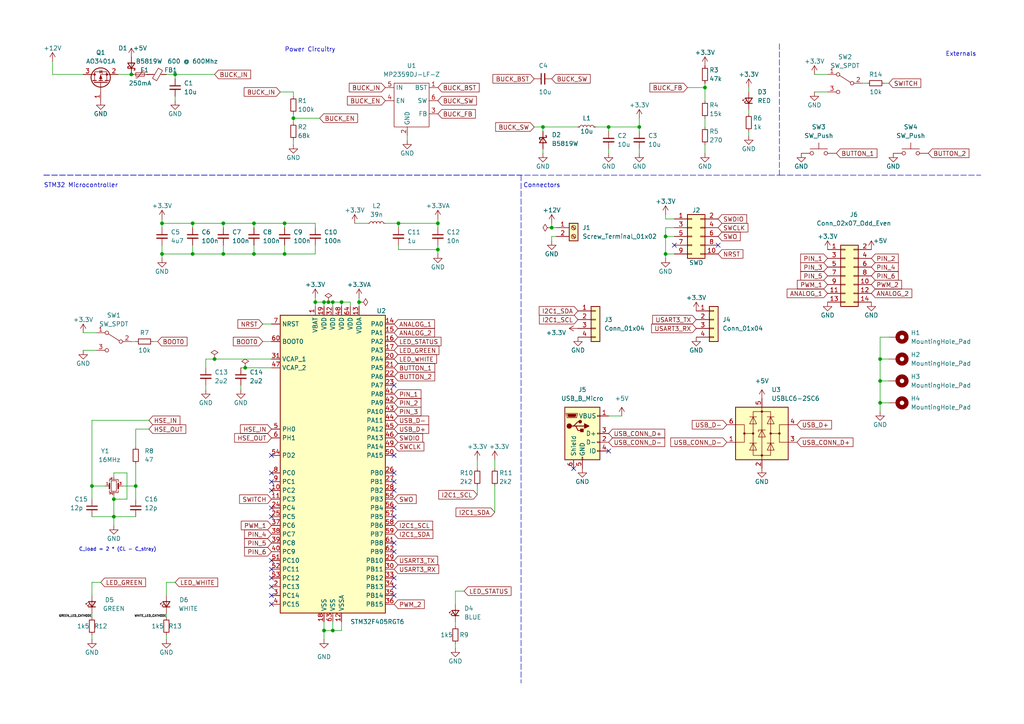
<source format=kicad_sch>
(kicad_sch (version 20211123) (generator eeschema)
  (paper "A4")
  (title_block (title "STM32F4 Board") (date "2022-11-15") (rev "v1.0") (company "Petar Acimovic"))
  (junction (at 176.53 36.83))
  (junction (at 193.04 73.66))
  (junction (at 93.98 182.88))
  (junction (at 96.52 87.63))
  (junction (at 46.99 64.77))
  (junction (at 193.04 68.58))
  (junction (at 85.09 34.29))
  (junction (at 157.48 36.83))
  (junction (at 204.47 25.4))
  (junction (at 50.8 21.59))
  (junction (at 255.27 110.49))
  (junction (at 96.52 182.88))
  (junction (at 160.02 66.04))
  (junction (at 33.02 149.86))
  (junction (at 46.99 73.66))
  (junction (at 82.55 64.77))
  (junction (at 255.27 116.84))
  (junction (at 64.77 73.66))
  (junction (at 39.37 140.97))
  (junction (at 64.77 64.77))
  (junction (at 99.06 87.63))
  (junction (at 26.67 140.97))
  (junction (at 71.12 106.68))
  (junction (at 82.55 73.66))
  (junction (at 62.23 104.14))
  (junction (at 33.02 144.78))
  (junction (at 73.66 64.77))
  (junction (at 55.88 73.66))
  (junction (at 73.66 73.66))
  (junction (at 115.57 64.77))
  (junction (at 38.1 21.59))
  (junction (at 127 72.39))
  (junction (at 255.27 104.14))
  (junction (at 185.42 36.83))
  (junction (at 91.44 87.63))
  (junction (at 104.14 87.63))
  (junction (at 55.88 64.77))
  (junction (at 95.25 87.63))
  (junction (at 127 64.77))
  (junction (at 93.98 87.63))
  (no_connect (at 114.3 149.86))
  (no_connect (at 78.74 132.08))
  (no_connect (at 114.3 132.08))
  (no_connect (at 114.3 170.18))
  (no_connect (at 78.74 137.16))
  (no_connect (at 176.53 130.81))
  (no_connect (at 78.74 147.32))
  (no_connect (at 114.3 167.64))
  (no_connect (at 195.58 71.12))
  (no_connect (at 114.3 172.72))
  (no_connect (at 114.3 142.24))
  (no_connect (at 78.74 170.18))
  (no_connect (at 78.74 175.26))
  (no_connect (at 78.74 162.56))
  (no_connect (at 78.74 165.1))
  (no_connect (at 78.74 139.7))
  (no_connect (at 166.37 135.89))
  (no_connect (at 114.3 157.48))
  (no_connect (at 78.74 149.86))
  (no_connect (at 114.3 111.76))
  (no_connect (at 114.3 139.7))
  (no_connect (at 114.3 137.16))
  (no_connect (at 114.3 147.32))
  (no_connect (at 78.74 167.64))
  (no_connect (at 78.74 172.72))
  (no_connect (at 78.74 142.24))
  (no_connect (at 114.3 160.02))
  (no_connect (at 208.28 71.12))
  (wire (pts (xy 185.42 34.29) (xy 185.42 36.83)))
  (wire (pts (xy 69.85 106.68) (xy 71.12 106.68)))
  (wire (pts (xy 95.25 87.63) (xy 96.52 87.63)))
  (wire (pts (xy 93.98 88.9) (xy 93.98 87.63)))
  (wire (pts (xy 157.48 36.83) (xy 167.64 36.83)))
  (wire (pts (xy 115.57 72.39) (xy 115.57 71.12)))
  (wire (pts (xy 48.26 184.15) (xy 48.26 185.42)))
  (wire (pts (xy 85.09 26.67) (xy 85.09 27.94)))
  (wire (pts (xy 255.27 110.49) (xy 255.27 116.84)))
  (wire (pts (xy 85.09 41.91) (xy 85.09 40.64)))
  (wire (pts (xy 255.27 104.14) (xy 255.27 110.49)))
  (wire (pts (xy 91.44 87.63) (xy 91.44 88.9)))
  (wire (pts (xy 39.37 144.78) (xy 39.37 140.97)))
  (wire (pts (xy 46.99 73.66) (xy 55.88 73.66)))
  (wire (pts (xy 195.58 68.58) (xy 193.04 68.58)))
  (wire (pts (xy 132.08 186.69) (xy 132.08 187.96)))
  (wire (pts (xy 33.02 137.16) (xy 33.02 138.43)))
  (wire (pts (xy 91.44 64.77) (xy 91.44 66.04)))
  (wire (pts (xy 115.57 64.77) (xy 115.57 66.04)))
  (wire (pts (xy 99.06 87.63) (xy 101.6 87.63)))
  (wire (pts (xy 240.03 26.67) (xy 236.22 26.67)))
  (wire (pts (xy 138.43 133.35) (xy 138.43 135.89)))
  (wire (pts (xy 59.69 111.76) (xy 59.69 113.03)))
  (wire (pts (xy 26.67 140.97) (xy 26.67 121.92)))
  (wire (pts (xy 217.17 38.1) (xy 217.17 39.37)))
  (wire (pts (xy 33.02 144.78) (xy 33.02 149.86)))
  (wire (pts (xy 111.76 64.77) (xy 115.57 64.77)))
  (wire (pts (xy 255.27 119.38) (xy 255.27 116.84)))
  (wire (pts (xy 93.98 87.63) (xy 95.25 87.63)))
  (wire (pts (xy 104.14 86.36) (xy 104.14 87.63)))
  (wire (pts (xy 85.09 33.02) (xy 85.09 34.29)))
  (wire (pts (xy 33.02 137.16) (xy 36.83 137.16)))
  (wire (pts (xy 64.77 64.77) (xy 73.66 64.77)))
  (wire (pts (xy 127 66.04) (xy 127 64.77)))
  (wire (pts (xy 185.42 36.83) (xy 185.42 38.1)))
  (wire (pts (xy 48.26 168.91) (xy 50.8 168.91)))
  (wire (pts (xy 185.42 43.18) (xy 185.42 44.45)))
  (wire (pts (xy 82.55 64.77) (xy 91.44 64.77)))
  (wire (pts (xy 99.06 180.34) (xy 99.06 182.88)))
  (wire (pts (xy 71.12 106.68) (xy 78.74 106.68)))
  (wire (pts (xy 33.02 149.86) (xy 33.02 152.4)))
  (wire (pts (xy 82.55 71.12) (xy 82.55 73.66)))
  (wire (pts (xy 46.99 64.77) (xy 55.88 64.77)))
  (wire (pts (xy 257.81 24.13) (xy 256.54 24.13)))
  (wire (pts (xy 59.69 104.14) (xy 62.23 104.14)))
  (wire (pts (xy 59.69 106.68) (xy 59.69 104.14)))
  (wire (pts (xy 27.94 101.6) (xy 24.13 101.6)))
  (wire (pts (xy 91.44 87.63) (xy 93.98 87.63)))
  (wire (pts (xy 36.83 137.16) (xy 36.83 144.78)))
  (wire (pts (xy 160.02 66.04) (xy 161.29 66.04)))
  (wire (pts (xy 48.26 172.72) (xy 48.26 168.91)))
  (wire (pts (xy 118.11 39.37) (xy 118.11 40.64)))
  (wire (pts (xy 157.48 36.83) (xy 157.48 38.1)))
  (wire (pts (xy 50.8 27.94) (xy 50.8 29.21)))
  (wire (pts (xy 251.46 24.13) (xy 250.19 24.13)))
  (wire (pts (xy 193.04 73.66) (xy 193.04 74.93)))
  (wire (pts (xy 180.34 120.65) (xy 176.53 120.65)))
  (wire (pts (xy 46.99 73.66) (xy 46.99 74.93)))
  (wire (pts (xy 204.47 25.4) (xy 204.47 29.21)))
  (wire (pts (xy 50.8 21.59) (xy 62.23 21.59)))
  (wire (pts (xy 217.17 26.67) (xy 217.17 25.4)))
  (wire (pts (xy 204.47 24.13) (xy 204.47 25.4)))
  (wire (pts (xy 69.85 111.76) (xy 69.85 113.03)))
  (wire (pts (xy 73.66 64.77) (xy 82.55 64.77)))
  (wire (pts (xy 82.55 64.77) (xy 82.55 66.04)))
  (wire (pts (xy 93.98 182.88) (xy 93.98 185.42)))
  (wire (pts (xy 50.8 21.59) (xy 50.8 22.86)))
  (wire (pts (xy 138.43 140.97) (xy 138.43 143.51)))
  (wire (pts (xy 64.77 64.77) (xy 64.77 66.04)))
  (wire (pts (xy 15.24 21.59) (xy 24.13 21.59)))
  (wire (pts (xy 46.99 63.5) (xy 46.99 64.77)))
  (wire (pts (xy 204.47 34.29) (xy 204.47 36.83)))
  (wire (pts (xy 176.53 36.83) (xy 176.53 38.1)))
  (wire (pts (xy 193.04 73.66) (xy 195.58 73.66)))
  (wire (pts (xy 132.08 180.34) (xy 132.08 181.61)))
  (wire (pts (xy 96.52 87.63) (xy 99.06 87.63)))
  (wire (pts (xy 55.88 71.12) (xy 55.88 73.66)))
  (wire (pts (xy 46.99 64.77) (xy 46.99 66.04)))
  (wire (pts (xy 55.88 64.77) (xy 64.77 64.77)))
  (wire (pts (xy 154.94 36.83) (xy 157.48 36.83)))
  (wire (pts (xy 26.67 168.91) (xy 29.21 168.91)))
  (wire (pts (xy 26.67 144.78) (xy 26.67 140.97)))
  (wire (pts (xy 193.04 68.58) (xy 193.04 73.66)))
  (wire (pts (xy 127 63.5) (xy 127 64.77)))
  (wire (pts (xy 132.08 171.45) (xy 134.62 171.45)))
  (wire (pts (xy 96.52 182.88) (xy 93.98 182.88)))
  (wire (pts (xy 160.02 69.85) (xy 160.02 68.58)))
  (wire (pts (xy 96.52 180.34) (xy 96.52 182.88)))
  (wire (pts (xy 39.37 140.97) (xy 35.56 140.97)))
  (wire (pts (xy 62.23 104.14) (xy 78.74 104.14)))
  (wire (pts (xy 39.37 149.86) (xy 33.02 149.86)))
  (polyline (pts (xy 12.7 50.8) (xy 151.13 50.8)))
  (polyline (pts (xy 12.7 50.8) (xy 226.06 50.8)))
  (wire (pts (xy 39.37 124.46) (xy 43.18 124.46)))
  (wire (pts (xy 82.55 73.66) (xy 91.44 73.66)))
  (wire (pts (xy 132.08 175.26) (xy 132.08 171.45)))
  (wire (pts (xy 195.58 66.04) (xy 193.04 66.04)))
  (wire (pts (xy 176.53 36.83) (xy 185.42 36.83)))
  (wire (pts (xy 193.04 62.23) (xy 193.04 63.5)))
  (polyline (pts (xy 226.06 50.8) (xy 284.48 50.8)))
  (wire (pts (xy 193.04 66.04) (xy 193.04 68.58)))
  (wire (pts (xy 26.67 149.86) (xy 33.02 149.86)))
  (wire (pts (xy 99.06 182.88) (xy 96.52 182.88)))
  (wire (pts (xy 26.67 172.72) (xy 26.67 168.91)))
  (wire (pts (xy 48.26 21.59) (xy 50.8 21.59)))
  (wire (pts (xy 143.51 140.97) (xy 143.51 148.59)))
  (wire (pts (xy 39.37 129.54) (xy 39.37 124.46)))
  (wire (pts (xy 39.37 134.62) (xy 39.37 140.97)))
  (wire (pts (xy 85.09 34.29) (xy 85.09 35.56)))
  (wire (pts (xy 204.47 41.91) (xy 204.47 44.45)))
  (wire (pts (xy 102.87 64.77) (xy 106.68 64.77)))
  (wire (pts (xy 48.26 177.8) (xy 48.26 179.07)))
  (wire (pts (xy 64.77 71.12) (xy 64.77 73.66)))
  (wire (pts (xy 76.2 99.06) (xy 78.74 99.06)))
  (wire (pts (xy 160.02 64.77) (xy 160.02 66.04)))
  (wire (pts (xy 127 64.77) (xy 115.57 64.77)))
  (wire (pts (xy 93.98 180.34) (xy 93.98 182.88)))
  (wire (pts (xy 45.72 99.06) (xy 44.45 99.06)))
  (wire (pts (xy 33.02 143.51) (xy 33.02 144.78)))
  (wire (pts (xy 26.67 140.97) (xy 30.48 140.97)))
  (wire (pts (xy 96.52 87.63) (xy 96.52 88.9)))
  (wire (pts (xy 160.02 68.58) (xy 161.29 68.58)))
  (polyline (pts (xy 226.06 12.7) (xy 226.06 50.8)))
  (wire (pts (xy 73.66 64.77) (xy 73.66 66.04)))
  (wire (pts (xy 255.27 110.49) (xy 257.81 110.49)))
  (wire (pts (xy 217.17 31.75) (xy 217.17 33.02)))
  (wire (pts (xy 34.29 21.59) (xy 38.1 21.59)))
  (wire (pts (xy 91.44 86.36) (xy 91.44 87.63)))
  (wire (pts (xy 15.24 17.78) (xy 15.24 21.59)))
  (wire (pts (xy 99.06 87.63) (xy 99.06 88.9)))
  (wire (pts (xy 26.67 121.92) (xy 43.18 121.92)))
  (wire (pts (xy 127 72.39) (xy 127 73.66)))
  (wire (pts (xy 101.6 87.63) (xy 101.6 88.9)))
  (wire (pts (xy 55.88 64.77) (xy 55.88 66.04)))
  (polyline (pts (xy 151.13 50.8) (xy 151.13 198.12)))
  (wire (pts (xy 46.99 71.12) (xy 46.99 73.66)))
  (wire (pts (xy 255.27 97.79) (xy 255.27 104.14)))
  (wire (pts (xy 26.67 184.15) (xy 26.67 185.42)))
  (wire (pts (xy 127 72.39) (xy 115.57 72.39)))
  (wire (pts (xy 157.48 43.18) (xy 157.48 44.45)))
  (wire (pts (xy 81.28 26.67) (xy 85.09 26.67)))
  (wire (pts (xy 26.67 177.8) (xy 26.67 179.07)))
  (wire (pts (xy 39.37 99.06) (xy 38.1 99.06)))
  (wire (pts (xy 127 71.12) (xy 127 72.39)))
  (wire (pts (xy 33.02 144.78) (xy 36.83 144.78)))
  (wire (pts (xy 255.27 116.84) (xy 257.81 116.84)))
  (wire (pts (xy 27.94 96.52) (xy 24.13 96.52)))
  (wire (pts (xy 143.51 133.35) (xy 143.51 135.89)))
  (wire (pts (xy 55.88 73.66) (xy 64.77 73.66)))
  (wire (pts (xy 176.53 43.18) (xy 176.53 44.45)))
  (wire (pts (xy 255.27 104.14) (xy 257.81 104.14)))
  (wire (pts (xy 64.77 73.66) (xy 73.66 73.66)))
  (wire (pts (xy 73.66 73.66) (xy 82.55 73.66)))
  (wire (pts (xy 91.44 73.66) (xy 91.44 71.12)))
  (wire (pts (xy 104.14 87.63) (xy 104.14 88.9)))
  (wire (pts (xy 204.47 25.4) (xy 199.39 25.4)))
  (wire (pts (xy 172.72 36.83) (xy 176.53 36.83)))
  (wire (pts (xy 257.81 97.79) (xy 255.27 97.79)))
  (wire (pts (xy 193.04 63.5) (xy 195.58 63.5)))
  (wire (pts (xy 76.2 93.98) (xy 78.74 93.98)))
  (wire (pts (xy 73.66 71.12) (xy 73.66 73.66)))
  (wire (pts (xy 85.09 34.29) (xy 92.71 34.29)))
  (wire (pts (xy 240.03 21.59) (xy 236.22 21.59)))
  (text "Power Circuitry\n" (at 82.55 15.24 0) (effects (font (size 1.27 1.27)) (justify left bottom)))
  (text "C_load = 2 * (CL - C_stray)" (at 22.86 160.02 0) (effects (font (size 1 1)) (justify left bottom)))
  (text "Connectors" (at 162.56 54.61 180) (effects (font (size 1.27 1.27)) (justify right bottom)))
  (text "Externals" (at 283.21 16.51 180) (effects (font (size 1.27 1.27)) (justify right bottom)))
  (text "STM32 Microcontroller" (at 12.7 54.61 0) (effects (font (size 1.27 1.27)) (justify left bottom)))
  (label "WHITE_LED_CATHODE" (at 48.26 179.07 180) (effects (font (size 0.6 0.6))))
  (label "GREEN_LED_CATHODE" (at 26.67 179.07 180) (effects (font (size 0.6 0.6))))
  (global_label "PIN_3" (shape input) (at 114.3 119.38 0) (property "Intersheet References" "${INTERSHEET_REFS}" (effects hide)))
  (global_label "USART3_TX" (shape input) (at 201.93 92.71 180) (property "Intersheet References" "${INTERSHEET_REFS}" (effects hide)))
  (global_label "I2C1_SDA" (shape input) (at 167.64 90.17 180) (property "Intersheet References" "${INTERSHEET_REFS}" (effects hide)))
  (global_label "PIN_1" (shape input) (at 114.3 114.3 0) (property "Intersheet References" "${INTERSHEET_REFS}" (effects hide)))
  (global_label "LED_WHITE" (shape input) (at 50.8 168.91 0) (property "Intersheet References" "${INTERSHEET_REFS}" (effects hide)))
  (global_label "LED_GREEN" (shape input) (at 114.3 101.6 0) (property "Intersheet References" "${INTERSHEET_REFS}" (effects hide)))
  (global_label "PIN_4" (shape input) (at 252.73 77.47 0) (property "Intersheet References" "${INTERSHEET_REFS}" (effects hide)))
  (global_label "BUTTON_1" (shape input) (at 114.3 106.68 0) (property "Intersheet References" "${INTERSHEET_REFS}" (effects hide)))
  (global_label "LED_STATUS" (shape input) (at 114.3 99.06 0) (property "Intersheet References" "${INTERSHEET_REFS}" (effects hide)))
  (global_label "ANALOG_2" (shape input) (at 252.73 85.09 0) (property "Intersheet References" "${INTERSHEET_REFS}" (effects hide)))
  (global_label "BUCK_EN" (shape input) (at 92.71 34.29 0) (property "Intersheet References" "${INTERSHEET_REFS}" (effects hide)))
  (global_label "USB_CONN_D+" (shape input) (at 176.53 125.73 0) (property "Intersheet References" "${INTERSHEET_REFS}" (effects hide)))
  (global_label "BUTTON_2" (shape input) (at 114.3 109.22 0) (property "Intersheet References" "${INTERSHEET_REFS}" (effects hide)))
  (global_label "PIN_5" (shape input) (at 78.74 157.48 180) (property "Intersheet References" "${INTERSHEET_REFS}" (effects hide)))
  (global_label "SWCLK" (shape input) (at 208.28 66.04 0) (property "Intersheet References" "${INTERSHEET_REFS}" (effects hide)))
  (global_label "PWM_1" (shape input) (at 78.74 152.4 180) (property "Intersheet References" "${INTERSHEET_REFS}" (effects hide)))
  (global_label "USART3_TX" (shape input) (at 114.3 162.56 0) (property "Intersheet References" "${INTERSHEET_REFS}" (effects hide)))
  (global_label "PIN_6" (shape input) (at 78.74 160.02 180) (property "Intersheet References" "${INTERSHEET_REFS}" (effects hide)))
  (global_label "USB_D+" (shape input) (at 231.14 123.19 0) (property "Intersheet References" "${INTERSHEET_REFS}" (effects hide)))
  (global_label "BUTTON_1" (shape input) (at 242.57 44.45 0) (property "Intersheet References" "${INTERSHEET_REFS}" (effects hide)))
  (global_label "PIN_5" (shape input) (at 240.03 80.01 180) (property "Intersheet References" "${INTERSHEET_REFS}" (effects hide)))
  (global_label "USART3_RX" (shape input) (at 114.3 165.1 0) (property "Intersheet References" "${INTERSHEET_REFS}" (effects hide)))
  (global_label "BUCK_BST" (shape input) (at 154.94 22.86 180) (property "Intersheet References" "${INTERSHEET_REFS}" (effects hide)))
  (global_label "BUTTON_2" (shape input) (at 269.24 44.45 0) (property "Intersheet References" "${INTERSHEET_REFS}" (effects hide)))
  (global_label "BUCK_FB" (shape input) (at 127 33.02 0) (property "Intersheet References" "${INTERSHEET_REFS}" (effects hide)))
  (global_label "BUCK_IN" (shape input) (at 111.76 25.4 180) (property "Intersheet References" "${INTERSHEET_REFS}" (effects hide)))
  (global_label "ANALOG_2" (shape input) (at 114.3 96.52 0) (property "Intersheet References" "${INTERSHEET_REFS}" (effects hide)))
  (global_label "ANALOG_1" (shape input) (at 114.3 93.98 0) (property "Intersheet References" "${INTERSHEET_REFS}" (effects hide)))
  (global_label "HSE_OUT" (shape input) (at 43.18 124.46 0) (property "Intersheet References" "${INTERSHEET_REFS}" (effects hide)))
  (global_label "BUCK_IN" (shape input) (at 62.23 21.59 0) (property "Intersheet References" "${INTERSHEET_REFS}" (effects hide)))
  (global_label "HSE_OUT" (shape input) (at 78.74 127 180) (property "Intersheet References" "${INTERSHEET_REFS}" (effects hide)))
  (global_label "SWCLK" (shape input) (at 114.3 129.54 0) (property "Intersheet References" "${INTERSHEET_REFS}" (effects hide)))
  (global_label "I2C1_SDA" (shape input) (at 143.51 148.59 180) (property "Intersheet References" "${INTERSHEET_REFS}" (effects hide)))
  (global_label "I2C1_SCL" (shape input) (at 167.64 92.71 180) (property "Intersheet References" "${INTERSHEET_REFS}" (effects hide)))
  (global_label "PWM_2" (shape input) (at 114.3 175.26 0) (property "Intersheet References" "${INTERSHEET_REFS}" (effects hide)))
  (global_label "I2C1_SDA" (shape input) (at 114.3 154.94 0) (property "Intersheet References" "${INTERSHEET_REFS}" (effects hide)))
  (global_label "LED_STATUS" (shape input) (at 134.62 171.45 0) (property "Intersheet References" "${INTERSHEET_REFS}" (effects hide)))
  (global_label "SWO" (shape input) (at 208.28 68.58 0) (property "Intersheet References" "${INTERSHEET_REFS}" (effects hide)))
  (global_label "BOOT0" (shape input) (at 45.72 99.06 0) (property "Intersheet References" "${INTERSHEET_REFS}" (effects hide)))
  (global_label "USB_CONN_D-" (shape input) (at 176.53 128.27 0) (property "Intersheet References" "${INTERSHEET_REFS}" (effects hide)))
  (global_label "NRST" (shape input) (at 76.2 93.98 180) (property "Intersheet References" "${INTERSHEET_REFS}" (effects hide)))
  (global_label "I2C1_SCL" (shape input) (at 138.43 143.51 180) (property "Intersheet References" "${INTERSHEET_REFS}" (effects hide)))
  (global_label "SWDIO" (shape input) (at 114.3 127 0) (property "Intersheet References" "${INTERSHEET_REFS}" (effects hide)))
  (global_label "PIN_6" (shape input) (at 252.73 80.01 0) (property "Intersheet References" "${INTERSHEET_REFS}" (effects hide)))
  (global_label "BUCK_SW" (shape input) (at 160.02 22.86 0) (property "Intersheet References" "${INTERSHEET_REFS}" (effects hide)))
  (global_label "BUCK_SW" (shape input) (at 127 29.21 0) (property "Intersheet References" "${INTERSHEET_REFS}" (effects hide)))
  (global_label "PWM_1" (shape input) (at 240.03 82.55 180) (property "Intersheet References" "${INTERSHEET_REFS}" (effects hide)))
  (global_label "BUCK_IN" (shape input) (at 81.28 26.67 180) (property "Intersheet References" "${INTERSHEET_REFS}" (effects hide)))
  (global_label "USB_CONN_D+" (shape input) (at 231.14 128.27 0) (property "Intersheet References" "${INTERSHEET_REFS}" (effects hide)))
  (global_label "PIN_2" (shape input) (at 114.3 116.84 0) (property "Intersheet References" "${INTERSHEET_REFS}" (effects hide)))
  (global_label "BUCK_BST" (shape input) (at 127 25.4 0) (property "Intersheet References" "${INTERSHEET_REFS}" (effects hide)))
  (global_label "HSE_IN" (shape input) (at 43.18 121.92 0) (property "Intersheet References" "${INTERSHEET_REFS}" (effects hide)))
  (global_label "USART3_RX" (shape input) (at 201.93 95.25 180) (property "Intersheet References" "${INTERSHEET_REFS}" (effects hide)))
  (global_label "SWDIO" (shape input) (at 208.28 63.5 0) (property "Intersheet References" "${INTERSHEET_REFS}" (effects hide)))
  (global_label "I2C1_SCL" (shape input) (at 114.3 152.4 0) (property "Intersheet References" "${INTERSHEET_REFS}" (effects hide)))
  (global_label "LED_WHITE" (shape input) (at 114.3 104.14 0) (property "Intersheet References" "${INTERSHEET_REFS}" (effects hide)))
  (global_label "USB_D-" (shape input) (at 210.82 123.19 180) (property "Intersheet References" "${INTERSHEET_REFS}" (effects hide)))
  (global_label "PIN_1" (shape input) (at 240.03 74.93 180) (property "Intersheet References" "${INTERSHEET_REFS}" (effects hide)))
  (global_label "BUCK_EN" (shape input) (at 111.76 29.21 180) (property "Intersheet References" "${INTERSHEET_REFS}" (effects hide)))
  (global_label "SWITCH" (shape input) (at 78.74 144.78 180) (property "Intersheet References" "${INTERSHEET_REFS}" (effects hide)))
  (global_label "PIN_2" (shape input) (at 252.73 74.93 0) (property "Intersheet References" "${INTERSHEET_REFS}" (effects hide)))
  (global_label "BUCK_SW" (shape input) (at 154.94 36.83 180) (property "Intersheet References" "${INTERSHEET_REFS}" (effects hide)))
  (global_label "PIN_4" (shape input) (at 78.74 154.94 180) (property "Intersheet References" "${INTERSHEET_REFS}" (effects hide)))
  (global_label "USB_D+" (shape input) (at 114.3 124.46 0) (property "Intersheet References" "${INTERSHEET_REFS}" (effects hide)))
  (global_label "BUCK_FB" (shape input) (at 199.39 25.4 180) (property "Intersheet References" "${INTERSHEET_REFS}" (effects hide)))
  (global_label "SWITCH" (shape input) (at 257.81 24.13 0) (property "Intersheet References" "${INTERSHEET_REFS}" (effects hide)))
  (global_label "BOOT0" (shape input) (at 76.2 99.06 180) (property "Intersheet References" "${INTERSHEET_REFS}" (effects hide)))
  (global_label "USB_CONN_D-" (shape input) (at 210.82 128.27 180) (property "Intersheet References" "${INTERSHEET_REFS}" (effects hide)))
  (global_label "HSE_IN" (shape input) (at 78.74 124.46 180) (property "Intersheet References" "${INTERSHEET_REFS}" (effects hide)))
  (global_label "NRST" (shape input) (at 208.28 73.66 0) (property "Intersheet References" "${INTERSHEET_REFS}" (effects hide)))
  (global_label "PIN_3" (shape input) (at 240.03 77.47 180) (property "Intersheet References" "${INTERSHEET_REFS}" (effects hide)))
  (global_label "USB_D-" (shape input) (at 114.3 121.92 0) (property "Intersheet References" "${INTERSHEET_REFS}" (effects hide)))
  (global_label "PWM_2" (shape input) (at 252.73 82.55 0) (property "Intersheet References" "${INTERSHEET_REFS}" (effects hide)))
  (global_label "ANALOG_1" (shape input) (at 240.03 85.09 180) (property "Intersheet References" "${INTERSHEET_REFS}" (effects hide)))
  (global_label "SWO" (shape input) (at 114.3 144.78 0) (property "Intersheet References" "${INTERSHEET_REFS}" (effects hide)))
  (global_label "LED_GREEN" (shape input) (at 29.21 168.91 0) (property "Intersheet References" "${INTERSHEET_REFS}" (effects hide)))
  (symbol (lib_id "power:GND") (at 85.09 41.91 0) (unit 1)
    (property "Reference" "#PWR014" (effects hide))
    (property "Value" "GND" (at 85.09 45.72 0))
  )
  (symbol (lib_id "power:+3.3V") (at 138.43 133.35 0) (unit 1)
    (property "Reference" "#PWR023" (effects hide))
    (property "Value" "+3.3V" (at 138.43 129.54 0))
  )
  (symbol (lib_id "power:+3.3V") (at 46.99 63.5 0) (unit 1)
    (property "Reference" "#PWR08" (effects hide))
    (property "Value" "+3.3V" (at 46.99 59.69 0))
  )
  (symbol (lib_id "power:GND") (at 168.91 135.89 0) (unit 1)
    (property "Reference" "#PWR030" (effects hide))
    (property "Value" "GND" (at 168.91 139.7 0))
  )
  (symbol (lib_id "Switch:SW_Push") (at 264.16 44.45 0) (unit 1)
    (property "Reference" "SW4" (at 264.16 36.83 0))
    (property "Value" "SW_Push" (at 264.16 39.37 0))
    (property "Footprint" "Library:Push_Button_Petar" (effects hide))
    (property "LCSC Part #" "C108650" (effects hide))
  )
  (symbol (lib_id "Connector_Generic:Conn_01x04") (at 207.01 92.71 0) (unit 1)
    (property "Reference" "J4" (at 209.55 92.7099 0) (effects (justify left)))
    (property "Value" "Conn_01x04" (at 209.55 95.2499 0) (effects (justify left)))
    (property "Footprint" "Connector_PinSocket_2.54mm:PinSocket_1x04_P2.54mm_Vertical" (effects hide))
  )
  (symbol (lib_id "Transistor_FET:AO3401A") (at 29.21 24.13 90) (unit 1)
    (property "Reference" "Q1" (at 29.21 15.24 90))
    (property "Value" "AO3401A" (at 29.21 17.78 90))
    (property "Footprint" "Package_TO_SOT_SMD:SOT-23" (effects hide))
    (property "Datasheet" "http://www.aosmd.com/pdfs/datasheet/AO3401A.pdf" (effects hide))
    (property "LCSC Part #" "C15127" (effects hide))
  )
  (symbol (lib_id "power:GND") (at 118.11 40.64 0) (unit 1)
    (property "Reference" "#PWR019" (effects hide))
    (property "Value" "GND" (at 118.11 44.45 0))
  )
  (symbol (lib_id "Device:R_Small") (at 39.37 132.08 0) (unit 1)
    (property "Reference" "R8" (at 41.91 130.8099 0) (effects (justify left)))
    (property "Value" "47" (at 41.91 133.3499 0) (effects (justify left)))
    (property "Footprint" "Resistor_SMD:R_0402_1005Metric" (effects hide))
    (property "LCSC Part #" "C25118" (effects hide))
  )
  (symbol (lib_id "Device:R_Small") (at 41.91 99.06 270) (mirror x) (unit 1)
    (property "Reference" "R7" (at 41.91 96.52 90))
    (property "Value" "10k" (at 41.91 101.6 90))
    (property "Footprint" "Resistor_SMD:R_0402_1005Metric" (effects hide))
    (property "LCSC Part #" "C25744" (effects hide))
  )
  (symbol (lib_id "power:PWR_FLAG") (at 160.02 66.04 90) (unit 1)
    (property "Reference" "#FLG0103" (effects hide))
    (property "Value" "PWR_FLAG" (effects hide))
  )
  (symbol (lib_id "power:PWR_FLAG") (at 95.25 87.63 0) (unit 1)
    (property "Reference" "#FLG0101" (effects hide))
    (property "Value" "PWR_FLAG" (effects hide))
  )
  (symbol (lib_id "Connector:USB_B_Micro") (at 168.91 125.73 0) (unit 1)
    (property "Reference" "J5" (at 168.91 113.03 0))
    (property "Value" "USB_B_Micro" (at 168.91 115.57 0))
    (property "Footprint" "Connector_USB:USB_Micro-B_Molex_47346-0001" (effects hide))
    (property "LCSC Part #" "C132560" (effects hide))
  )
  (symbol (lib_id "power:GND") (at 46.99 74.93 0) (unit 1)
    (property "Reference" "#PWR09" (effects hide))
    (property "Value" "GND" (at 46.99 78.74 0))
  )
  (symbol (lib_id "power:PWR_FLAG") (at 104.14 87.63 270) (unit 1)
    (property "Reference" "#FLG0102" (effects hide))
    (property "Value" "PWR_FLAG" (effects hide))
  )
  (symbol (lib_id "power:+3.3V") (at 240.03 72.39 0) (unit 1)
    (property "Reference" "#PWR048" (effects hide))
    (property "Value" "+3.3V" (at 240.03 68.58 0))
  )
  (symbol (lib_id "power:+3.3V") (at 91.44 86.36 0) (unit 1)
    (property "Reference" "#PWR015" (effects hide))
    (property "Value" "+3.3V" (at 91.44 82.55 0))
  )
  (symbol (lib_id "power:GND") (at 220.98 135.89 0) (unit 1)
    (property "Reference" "#PWR044" (effects hide))
    (property "Value" "GND" (at 220.98 139.7 0))
  )
  (symbol (lib_id "power:PWR_FLAG") (at 71.12 106.68 0) (unit 1)
    (property "Reference" "#FLG0104" (effects hide))
    (property "Value" "PWR_FLAG" (effects hide))
  )
  (symbol (lib_id "Switch:SW_SPDT") (at 33.02 99.06 0) (mirror y) (unit 1)
    (property "Reference" "SW1" (at 33.02 91.44 0))
    (property "Value" "SW_SPDT" (at 33.02 93.98 0))
    (property "Footprint" "Library:Switch_Petar" (effects hide))
    (property "LCSC Part #" "C431541" (effects hide))
  )
  (symbol (lib_id "power:GND") (at 167.64 97.79 0) (unit 1)
    (property "Reference" "#PWR029" (effects hide))
    (property "Value" "GND" (at 167.64 101.6 0))
  )
  (symbol (lib_id "Switch:SW_Push") (at 237.49 44.45 0) (unit 1)
    (property "Reference" "SW3" (at 237.49 36.83 0))
    (property "Value" "SW_Push" (at 237.49 39.37 0))
    (property "Footprint" "Library:Push_Button_Petar" (effects hide))
    (property "LCSC Part #" "C108650" (effects hide))
  )
  (symbol (lib_id "Device:R_Small") (at 204.47 21.59 0) (unit 1)
    (property "Reference" "R3" (at 205.74 20.32 0) (effects (justify left)))
    (property "Value" "47k" (at 205.74 22.86 0) (effects (justify left)))
    (property "Footprint" "Resistor_SMD:R_0603_1608Metric" (effects hide))
    (property "LCSC Part #" "C25819" (effects hide))
  )
  (symbol (lib_id "Device:R_Small") (at 204.47 39.37 0) (unit 1)
    (property "Reference" "R5" (at 205.74 38.1 0) (effects (justify left)))
    (property "Value" "270" (at 205.74 40.64 0) (effects (justify left)))
    (property "Footprint" "Resistor_SMD:R_0603_1608Metric" (effects hide))
    (property "LCSC Part #" "C22966" (effects hide))
  )
  (symbol (lib_id "Device:R_Small") (at 26.67 181.61 0) (mirror y) (unit 1)
    (property "Reference" "R12" (at 29.21 181.61 0))
    (property "Value" "1k5" (at 24.13 181.61 0))
    (property "Footprint" "Resistor_SMD:R_0603_1608Metric" (effects hide))
    (property "LCSC Part #" "C22843" (effects hide))
  )
  (symbol (lib_id "power:+3.3V") (at 185.42 34.29 0) (unit 1)
    (property "Reference" "#PWR033" (effects hide))
    (property "Value" "+3.3V" (at 185.42 30.48 0))
  )
  (symbol (lib_id "power:+3.3V") (at 204.47 19.05 0) (unit 1)
    (property "Reference" "#PWR039" (effects hide))
    (property "Value" "+3.3V" (at 204.47 15.24 0))
  )
  (symbol (lib_id "Mechanical:MountingHole_Pad") (at 260.35 97.79 270) (unit 1)
    (property "Reference" "H1" (at 264.16 96.5199 90) (effects (justify left)))
    (property "Value" "MountingHole_Pad" (at 264.16 99.0599 90) (effects (justify left)))
    (property "Footprint" "MountingHole:MountingHole_4.3mm_M4_Pad_Via" (effects hide))
  )
  (symbol (lib_id "Device:R_Small") (at 85.09 38.1 0) (unit 1)
    (property "Reference" "R2" (at 86.36 36.83 0) (effects (justify left)))
    (property "Value" "68k" (at 86.36 39.37 0) (effects (justify left)))
    (property "Footprint" "Resistor_SMD:R_0603_1608Metric" (effects hide))
    (property "LCSC Part #" "C23231" (effects hide))
  )
  (symbol (lib_id "power:GND") (at 201.93 97.79 0) (unit 1)
    (property "Reference" "#PWR038" (effects hide))
    (property "Value" "GND" (at 201.93 101.6 0))
  )
  (symbol (lib_id "Device:C_Small") (at 46.99 68.58 0) (unit 1)
    (property "Reference" "C5" (at 49.53 67.3162 0) (effects (justify left)))
    (property "Value" "4u7" (at 49.53 69.8562 0) (effects (justify left)))
    (property "Footprint" "Capacitor_SMD:C_0603_1608Metric" (effects hide))
    (property "LCSC Part #" "C19666" (effects hide))
  )
  (symbol (lib_id "power:PWR_FLAG") (at 62.23 104.14 0) (unit 1)
    (property "Reference" "#FLG0105" (effects hide))
    (property "Value" "PWR_FLAG" (effects hide))
  )
  (symbol (lib_id "Device:C_Small") (at 157.48 22.86 90) (unit 1)
    (property "Reference" "C4" (at 156.21 19.05 90) (effects (justify right)))
    (property "Value" "10u" (at 156.21 26.67 90) (effects (justify right)))
    (property "Footprint" "Capacitor_SMD:C_0603_1608Metric" (effects hide))
    (property "LCSC Part #" "C57112" (effects hide))
  )
  (symbol (lib_id "Device:C_Small") (at 82.55 68.58 0) (unit 1)
    (property "Reference" "C9" (at 85.09 67.3162 0) (effects (justify left)))
    (property "Value" "100n" (at 85.09 69.8562 0) (effects (justify left)))
    (property "Footprint" "Capacitor_SMD:C_0402_1005Metric" (effects hide))
    (property "LCSC Part #" "C1525" (effects hide))
  )
  (symbol (lib_id "Connector:Screw_Terminal_01x02") (at 166.37 66.04 0) (unit 1)
    (property "Reference" "J1" (at 168.91 66.0399 0) (effects (justify left)))
    (property "Value" "Screw_Terminal_01x02" (at 168.91 68.5799 0) (effects (justify left)))
    (property "Footprint" "TerminalBlock_Phoenix:TerminalBlock_Phoenix_PT-1,5-2-5.0-H_1x02_P5.00mm_Horizontal" (effects hide))
    (property "LCSC Part #" "C91153" (effects hide))
  )
  (symbol (lib_id "power:+3.3V") (at 201.93 90.17 0) (unit 1)
    (property "Reference" "#PWR037" (effects hide))
    (property "Value" "+3.3V" (at 201.93 86.36 0))
  )
  (symbol (lib_id "Device:C_Small") (at 26.67 147.32 0) (unit 1)
    (property "Reference" "C15" (at 21.59 144.78 0) (effects (justify left)))
    (property "Value" "12p" (at 20.32 147.32 0) (effects (justify left)))
    (property "Footprint" "Capacitor_SMD:C_0402_1005Metric" (effects hide))
    (property "LCSC Part #" "C1547" (effects hide))
  )
  (symbol (lib_id "power:GND") (at 259.08 44.45 0) (mirror y) (unit 1)
    (property "Reference" "#PWR052" (effects hide))
    (property "Value" "GND" (at 259.08 48.26 0))
  )
  (symbol (lib_id "Device:C_Small") (at 64.77 68.58 0) (unit 1)
    (property "Reference" "C7" (at 67.31 67.3162 0) (effects (justify left)))
    (property "Value" "100n" (at 67.31 69.8562 0) (effects (justify left)))
    (property "Footprint" "Capacitor_SMD:C_0402_1005Metric" (effects hide))
    (property "LCSC Part #" "C1525" (effects hide))
  )
  (symbol (lib_id "power:+5V") (at 252.73 72.39 0) (unit 1)
    (property "Reference" "#PWR050" (effects hide))
    (property "Value" "+5V" (at 255.27 69.85 0))
  )
  (symbol (lib_id "power:GND") (at 69.85 113.03 0) (unit 1)
    (property "Reference" "#PWR013" (effects hide))
    (property "Value" "GND" (at 69.85 116.84 0))
  )
  (symbol (lib_id "power:+12V") (at 160.02 64.77 0) (unit 1)
    (property "Reference" "#PWR026" (effects hide))
    (property "Value" "+12V" (at 160.02 60.96 0))
  )
  (symbol (lib_id "power:+3.3V") (at 102.87 64.77 0) (unit 1)
    (property "Reference" "#PWR017" (effects hide))
    (property "Value" "+3.3V" (at 102.87 60.96 0))
  )
  (symbol (lib_id "Device:C_Small") (at 115.57 68.58 0) (unit 1)
    (property "Reference" "C11" (at 118.11 67.3162 0) (effects (justify left)))
    (property "Value" "1u" (at 118.11 69.8562 0) (effects (justify left)))
    (property "Footprint" "Capacitor_SMD:C_0402_1005Metric" (effects hide))
    (property "LCSC Part #" "C52923" (effects hide))
  )
  (symbol (lib_id "power:GND") (at 160.02 69.85 0) (unit 1)
    (property "Reference" "#PWR027" (effects hide))
    (property "Value" "GND" (at 160.02 73.66 0))
  )
  (symbol (lib_id "Device:C_Small") (at 127 68.58 0) (unit 1)
    (property "Reference" "C12" (at 129.54 67.3162 0) (effects (justify left)))
    (property "Value" "10n" (at 129.54 69.8562 0) (effects (justify left)))
    (property "Footprint" "Capacitor_SMD:C_0402_1005Metric" (effects hide))
    (property "LCSC Part #" "C15195" (effects hide))
  )
  (symbol (lib_id "Device:L_Small") (at 170.18 36.83 90) (unit 1)
    (property "Reference" "L1" (at 170.18 34.29 90))
    (property "Value" "10u" (at 170.18 38.1 90))
    (property "Footprint" "Library:Inductor_Petar" (effects hide))
    (property "LCSC Part #" "C328252" (effects hide))
  )
  (symbol (lib_id "power:GND") (at 132.08 187.96 0) (unit 1)
    (property "Reference" "#PWR022" (effects hide))
    (property "Value" "GND" (at 132.08 191.77 0))
  )
  (symbol (lib_id "power:GND") (at 236.22 26.67 0) (mirror y) (unit 1)
    (property "Reference" "#PWR047" (effects hide))
    (property "Value" "GND" (at 236.22 30.48 0))
  )
  (symbol (lib_id "Connector_Generic:Conn_02x07_Odd_Even") (at 245.11 80.01 0) (unit 1)
    (property "Reference" "J6" (at 247.65 62.23 0))
    (property "Value" "Conn_02x07_Odd_Even" (at 247.65 64.77 0))
    (property "Footprint" "Connector_PinSocket_2.54mm:PinSocket_2x07_P2.54mm_Vertical" (effects hide))
  )
  (symbol (lib_id "Device:L_Small") (at 109.22 64.77 90) (unit 1)
    (property "Reference" "L2" (at 109.22 59.69 90))
    (property "Value" "39n" (at 109.22 62.23 90))
    (property "Footprint" "Inductor_SMD:L_0402_1005Metric" (effects hide))
    (property "LCSC Part #" "C26443" (effects hide))
  )
  (symbol (lib_id "Device:LED_Small") (at 132.08 177.8 90) (unit 1)
    (property "Reference" "D4" (at 134.62 176.4664 90) (effects (justify right)))
    (property "Value" "BLUE" (at 134.62 179.0064 90) (effects (justify right)))
    (property "Footprint" "LED_SMD:LED_0603_1608Metric" (effects hide))
    (property "LCSC Part #" "C72041" (effects hide))
  )
  (symbol (lib_id "Device:R_Small") (at 132.08 184.15 0) (mirror x) (unit 1)
    (property "Reference" "R9" (at 134.62 184.15 0))
    (property "Value" "1k5" (at 129.54 184.15 0))
    (property "Footprint" "Resistor_SMD:R_0603_1608Metric" (effects hide))
    (property "LCSC Part #" "C22843" (effects hide))
  )
  (symbol (lib_id "Device:C_Small") (at 55.88 68.58 0) (unit 1)
    (property "Reference" "C6" (at 58.42 67.3162 0) (effects (justify left)))
    (property "Value" "100n" (at 58.42 69.8562 0) (effects (justify left)))
    (property "Footprint" "Capacitor_SMD:C_0402_1005Metric" (effects hide))
    (property "LCSC Part #" "C1525" (effects hide))
  )
  (symbol (lib_id "power:GND") (at 24.13 101.6 0) (mirror y) (unit 1)
    (property "Reference" "#PWR03" (effects hide))
    (property "Value" "GND" (at 24.13 105.41 0))
  )
  (symbol (lib_id "Device:FerriteBead_Small") (at 45.72 21.59 90) (unit 1)
    (property "Reference" "FB1" (at 49.53 20.32 90))
    (property "Value" "600 @ 600Mhz" (at 55.88 17.78 90))
    (property "Footprint" "Inductor_SMD:L_0805_2012Metric" (effects hide))
    (property "LCSC Part #" "C1017" (effects hide))
  )
  (symbol (lib_id "Connector_Generic:Conn_02x05_Odd_Even") (at 200.66 68.58 0) (unit 1)
    (property "Reference" "J2" (at 201.93 60.96 0))
    (property "Value" "SWD" (at 201.93 76.2 0))
    (property "Footprint" "Connector_PinSocket_2.54mm:PinSocket_2x05_P2.54mm_Vertical" (effects hide))
  )
  (symbol (lib_id "power:GND") (at 193.04 74.93 0) (unit 1)
    (property "Reference" "#PWR036" (effects hide))
    (property "Value" "GND" (at 193.04 78.74 0))
  )
  (symbol (lib_id "power:GND") (at 232.41 44.45 0) (mirror y) (unit 1)
    (property "Reference" "#PWR045" (effects hide))
    (property "Value" "GND" (at 232.41 48.26 0))
  )
  (symbol (lib_id "Mechanical:MountingHole_Pad") (at 260.35 104.14 270) (unit 1)
    (property "Reference" "H2" (at 264.16 102.8699 90) (effects (justify left)))
    (property "Value" "MountingHole_Pad" (at 264.16 105.4099 90) (effects (justify left)))
    (property "Footprint" "MountingHole:MountingHole_4.3mm_M4_Pad_Via" (effects hide))
  )
  (symbol (lib_id "Device:R_Small") (at 143.51 138.43 0) (unit 1)
    (property "Reference" "R11" (at 144.78 137.16 0) (effects (justify left)))
    (property "Value" "2k2" (at 144.78 139.7 0) (effects (justify left)))
    (property "Footprint" "Resistor_SMD:R_0402_1005Metric" (effects hide))
    (property "LCSC Part #" "C25879" (effects hide))
  )
  (symbol (lib_id "Device:D_Schottky_Small") (at 38.1 19.05 270) (mirror x) (unit 1)
    (property "Reference" "D1" (at 34.29 13.97 90) (effects (justify left)))
    (property "Value" "B5819W" (at 39.37 17.78 90) (effects (justify left)))
    (property "Footprint" "Diode_SMD:D_SOD-123" (effects hide))
    (property "LCSC Part #" "C8598" (effects hide))
  )
  (symbol (lib_id "Device:LED_Small") (at 26.67 175.26 90) (unit 1)
    (property "Reference" "D5" (at 31.75 173.99 90))
    (property "Value" "GREEN" (at 33.02 176.53 90))
    (property "Footprint" "LED_SMD:LED_0603_1608Metric" (effects hide))
    (property "LCSC Part #" "C72043" (effects hide))
  )
  (symbol (lib_id "power:+12V") (at 15.24 17.78 0) (unit 1)
    (property "Reference" "#PWR01" (effects hide))
    (property "Value" "+12V" (at 15.24 13.97 0))
  )
  (symbol (lib_id "power:GND") (at 26.67 185.42 0) (unit 1)
    (property "Reference" "#PWR04" (effects hide))
    (property "Value" "GND" (at 26.67 189.23 0))
  )
  (symbol (lib_id "power:GND") (at 93.98 185.42 0) (unit 1)
    (property "Reference" "#PWR016" (effects hide))
    (property "Value" "GND" (at 93.98 190.5 0))
  )
  (symbol (lib_id "Switch:SW_SPDT") (at 245.11 24.13 0) (mirror y) (unit 1)
    (property "Reference" "SW2" (at 245.11 16.51 0))
    (property "Value" "SW_SPDT" (at 245.11 19.05 0))
    (property "Footprint" "Library:Switch_Petar" (effects hide))
    (property "LCSC Part #" "C431541" (effects hide))
  )
  (symbol (lib_id "power:+3.3VA") (at 104.14 86.36 0) (unit 1)
    (property "Reference" "#PWR018" (effects hide))
    (property "Value" "+3.3VA" (at 104.14 82.55 0))
  )
  (symbol (lib_id "Device:LED_Small") (at 48.26 175.26 90) (unit 1)
    (property "Reference" "D6" (at 53.34 173.99 90))
    (property "Value" "WHITE" (at 54.61 176.53 90))
    (property "Footprint" "LED_SMD:LED_0603_1608Metric" (effects hide))
    (property "LCSC Part #" "C2290" (effects hide))
  )
  (symbol (lib_id "Device:C_Small") (at 176.53 40.64 0) (unit 1)
    (property "Reference" "C2" (at 179.07 39.37 0) (effects (justify left)))
    (property "Value" "10u" (at 179.07 41.91 0) (effects (justify left)))
    (property "Footprint" "Capacitor_SMD:C_1206_3216Metric" (effects hide))
    (property "LCSC Part #" "C13585" (effects hide))
  )
  (symbol (lib_id "Device:R_Small") (at 217.17 35.56 0) (mirror x) (unit 1)
    (property "Reference" "R6" (at 219.71 34.29 0))
    (property "Value" "1k" (at 219.71 36.83 0))
    (property "Footprint" "Resistor_SMD:R_0603_1608Metric" (effects hide))
    (property "LCSC Part #" "C21190" (effects hide))
  )
  (symbol (lib_id "power:GND") (at 240.03 87.63 0) (unit 1)
    (property "Reference" "#PWR049" (effects hide))
    (property "Value" "GND" (at 240.03 91.44 0))
  )
  (symbol (lib_id "power:+3.3V") (at 143.51 133.35 0) (unit 1)
    (property "Reference" "#PWR024" (effects hide))
    (property "Value" "+3.3V" (at 144.78 129.54 0))
  )
  (symbol (lib_id "power:+3.3VA") (at 127 63.5 0) (unit 1)
    (property "Reference" "#PWR020" (effects hide))
    (property "Value" "+3.3VA" (at 127 59.69 0))
  )
  (symbol (lib_id "Device:Polyfuse_Small") (at 40.64 21.59 90) (unit 1)
    (property "Reference" "F1" (at 41.91 20.32 90))
    (property "Value" "250mA" (at 40.64 24.13 90))
    (property "Footprint" "Fuse:Fuse_1206_3216Metric" (effects hide))
    (property "LCSC Part #" "C369159" (effects hide))
  )
  (symbol (lib_id "Device:C_Small") (at 185.42 40.64 0) (unit 1)
    (property "Reference" "C3" (at 187.96 39.37 0) (effects (justify left)))
    (property "Value" "10u" (at 187.96 41.91 0) (effects (justify left)))
    (property "Footprint" "Capacitor_SMD:C_1206_3216Metric" (effects hide))
    (property "LCSC Part #" "C13585" (effects hide))
  )
  (symbol (lib_id "Mechanical:MountingHole_Pad") (at 260.35 110.49 270) (unit 1)
    (property "Reference" "H3" (at 264.16 109.2199 90) (effects (justify left)))
    (property "Value" "MountingHole_Pad" (at 264.16 111.7599 90) (effects (justify left)))
    (property "Footprint" "MountingHole:MountingHole_4.3mm_M4_Pad_Via" (effects hide))
  )
  (symbol (lib_id "power:GND") (at 217.17 39.37 0) (unit 1)
    (property "Reference" "#PWR042" (effects hide))
    (property "Value" "GND" (at 217.17 43.18 0))
  )
  (symbol (lib_id "Device:C_Small") (at 73.66 68.58 0) (unit 1)
    (property "Reference" "C8" (at 76.2 67.3162 0) (effects (justify left)))
    (property "Value" "100n" (at 76.2 69.8562 0) (effects (justify left)))
    (property "Footprint" "Capacitor_SMD:C_0402_1005Metric" (effects hide))
    (property "LCSC Part #" "C1525" (effects hide))
  )
  (symbol (lib_id "power:+3.3V") (at 24.13 96.52 0) (mirror y) (unit 1)
    (property "Reference" "#PWR02" (effects hide))
    (property "Value" "+3.3V" (at 24.13 92.71 0))
  )
  (symbol (lib_id "Device:Crystal_GND24_Small") (at 33.02 140.97 0) (unit 1)
    (property "Reference" "Y1" (at 30.48 130.81 0))
    (property "Value" "16MHz" (at 31.75 133.35 0))
    (property "Footprint" "Crystal:Crystal_SMD_3225-4Pin_3.2x2.5mm" (effects hide))
    (property "LCSC Part #" "C13738" (effects hide))
  )
  (symbol (lib_id "power:GND") (at 176.53 44.45 0) (unit 1)
    (property "Reference" "#PWR031" (effects hide))
    (property "Value" "GND" (at 176.53 48.26 0))
  )
  (symbol (lib_id "power:GND") (at 204.47 44.45 0) (unit 1)
    (property "Reference" "#PWR040" (effects hide))
    (property "Value" "GND" (at 204.47 48.26 0))
  )
  (symbol (lib_id "Connector_Generic:Conn_01x04") (at 172.72 92.71 0) (unit 1)
    (property "Reference" "J3" (at 175.26 92.7099 0) (effects (justify left)))
    (property "Value" "Conn_01x04" (at 175.26 95.2499 0) (effects (justify left)))
    (property "Footprint" "Connector_PinSocket_2.54mm:PinSocket_1x04_P2.54mm_Vertical" (effects hide))
  )
  (symbol (lib_id "Device:R_Small") (at 85.09 30.48 0) (unit 1)
    (property "Reference" "R1" (at 86.36 29.21 0) (effects (justify left)))
    (property "Value" "100k" (at 86.36 31.75 0) (effects (justify left)))
    (property "Footprint" "Resistor_SMD:R_0603_1608Metric" (effects hide))
    (property "LCSC Part #" "C25803" (effects hide))
  )
  (symbol (lib_id "power:+5V") (at 220.98 115.57 0) (unit 1)
    (property "Reference" "#PWR043" (effects hide))
    (property "Value" "+5V" (at 220.98 110.49 0))
  )
  (symbol (lib_id "power:GND") (at 48.26 185.42 0) (unit 1)
    (property "Reference" "#PWR010" (effects hide))
    (property "Value" "GND" (at 48.26 189.23 0))
  )
  (symbol (lib_id "Mechanical:MountingHole_Pad") (at 260.35 116.84 270) (unit 1)
    (property "Reference" "H4" (at 264.16 115.5699 90) (effects (justify left)))
    (property "Value" "MountingHole_Pad" (at 264.16 118.1099 90) (effects (justify left)))
    (property "Footprint" "MountingHole:MountingHole_4.3mm_M4_Pad_Via" (effects hide))
  )
  (symbol (lib_id "Device:C_Small") (at 50.8 25.4 0) (unit 1)
    (property "Reference" "C1" (at 53.34 24.13 0) (effects (justify left)))
    (property "Value" "10u" (at 53.34 26.67 0) (effects (justify left)))
    (property "Footprint" "Capacitor_SMD:C_1206_3216Metric" (effects hide))
    (property "LCSC Part #" "C13585" (effects hide))
  )
  (symbol (lib_id "power:+3.3V") (at 217.17 25.4 0) (unit 1)
    (property "Reference" "#PWR041" (effects hide))
    (property "Value" "+3.3V" (at 217.17 21.59 0))
  )
  (symbol (lib_id "power:+3.3V") (at 193.04 62.23 0) (unit 1)
    (property "Reference" "#PWR035" (effects hide))
    (property "Value" "+3.3V" (at 193.04 58.42 0))
  )
  (symbol (lib_id "Petar_Lib:MP2359DJ-LF-Z") (at 118.11 29.21 0) (unit 1)
    (property "Reference" "U1" (at 119.38 19.05 0))
    (property "Value" "MP2359DJ-LF-Z" (at 119.38 21.59 0))
    (property "Footprint" "Package_TO_SOT_SMD:SOT-23-6" (effects hide))
    (property "LCSC Part #" "C2959845" (effects hide))
  )
  (symbol (lib_id "power:GND") (at 50.8 29.21 0) (unit 1)
    (property "Reference" "#PWR011" (effects hide))
    (property "Value" "GND" (at 50.8 33.02 0))
  )
  (symbol (lib_id "Device:C_Small") (at 69.85 109.22 0) (unit 1)
    (property "Reference" "C14" (at 72.39 107.9562 0) (effects (justify left)))
    (property "Value" "2u2" (at 72.39 110.4962 0) (effects (justify left)))
    (property "Footprint" "Capacitor_SMD:C_0603_1608Metric" (effects hide))
    (property "LCSC Part #" "C23630" (effects hide))
  )
  (symbol (lib_id "Device:LED_Small") (at 217.17 29.21 90) (unit 1)
    (property "Reference" "D3" (at 219.71 26.67 90) (effects (justify right)))
    (property "Value" "RED" (at 219.71 29.21 90) (effects (justify right)))
    (property "Footprint" "LED_SMD:LED_0603_1608Metric" (effects hide))
    (property "LCSC Part #" "C2286" (effects hide))
  )
  (symbol (lib_id "power:GND") (at 252.73 87.63 0) (unit 1)
    (property "Reference" "#PWR051" (effects hide))
    (property "Value" "GND" (at 252.73 91.44 0))
  )
  (symbol (lib_id "power:GND") (at 255.27 119.38 0) (unit 1)
    (property "Reference" "#PWR0101" (effects hide))
    (property "Value" "GND" (at 255.27 123.19 0))
  )
  (symbol (lib_id "power:+3.3V") (at 236.22 21.59 0) (mirror y) (unit 1)
    (property "Reference" "#PWR046" (effects hide))
    (property "Value" "+3.3V" (at 236.22 17.78 0))
  )
  (symbol (lib_id "power:GND") (at 127 73.66 0) (unit 1)
    (property "Reference" "#PWR021" (effects hide))
    (property "Value" "GND" (at 127 77.47 0))
  )
  (symbol (lib_id "Power_Protection:USBLC6-2SC6") (at 220.98 125.73 0) (unit 1)
    (property "Reference" "U3" (at 223.7487 113.03 0) (effects (justify left)))
    (property "Value" "USBLC6-2SC6" (at 223.7487 115.57 0) (effects (justify left)))
    (property "Footprint" "Package_TO_SOT_SMD:SOT-23-6" (effects hide))
    (property "Datasheet" "https://www.st.com/resource/en/datasheet/usblc6-2.pdf" (effects hide))
    (property "LCSC Part #" "C7519" (effects hide))
  )
  (symbol (lib_id "power:GND") (at 33.02 152.4 0) (unit 1)
    (property "Reference" "#PWR06" (effects hide))
    (property "Value" "GND" (at 33.02 156.21 0))
  )
  (symbol (lib_id "power:GND") (at 185.42 44.45 0) (unit 1)
    (property "Reference" "#PWR034" (effects hide))
    (property "Value" "GND" (at 185.42 48.26 0))
  )
  (symbol (lib_id "Device:R_Small") (at 254 24.13 270) (mirror x) (unit 1)
    (property "Reference" "R14" (at 254 21.59 90))
    (property "Value" "10k" (at 254 26.67 90))
    (property "Footprint" "Resistor_SMD:R_0402_1005Metric" (effects hide))
    (property "LCSC Part #" "C25744" (effects hide))
  )
  (symbol (lib_id "power:+3.3V") (at 167.64 95.25 90) (unit 1)
    (property "Reference" "#PWR0102" (effects hide))
    (property "Value" "+3.3V" (at 161.29 96.52 90))
  )
  (symbol (lib_id "Device:C_Small") (at 91.44 68.58 0) (unit 1)
    (property "Reference" "C10" (at 93.98 67.3162 0) (effects (justify left)))
    (property "Value" "100n" (at 93.98 69.8562 0) (effects (justify left)))
    (property "Footprint" "Capacitor_SMD:C_0402_1005Metric" (effects hide))
    (property "LCSC Part #" "C1525" (effects hide))
  )
  (symbol (lib_id "Device:C_Small") (at 39.37 147.32 0) (unit 1)
    (property "Reference" "C16" (at 41.91 144.78 0) (effects (justify left)))
    (property "Value" "12p" (at 41.91 147.32 0) (effects (justify left)))
    (property "Footprint" "Capacitor_SMD:C_0402_1005Metric" (effects hide))
    (property "LCSC Part #" "C1547" (effects hide))
  )
  (symbol (lib_id "power:+5V") (at 38.1 16.51 0) (unit 1)
    (property "Reference" "#PWR07" (effects hide))
    (property "Value" "+5V" (at 40.64 13.97 0))
  )
  (symbol (lib_id "Device:D_Schottky_Small") (at 157.48 40.64 270) (unit 1)
    (property "Reference" "D2" (at 160.02 39.1159 90) (effects (justify left)))
    (property "Value" "B5819W" (at 160.02 41.6559 90) (effects (justify left)))
    (property "Footprint" "Diode_SMD:D_SOD-123" (effects hide))
    (property "LCSC Part #" "C8598" (effects hide))
  )
  (symbol (lib_id "power:GND") (at 59.69 113.03 0) (unit 1)
    (property "Reference" "#PWR012" (effects hide))
    (property "Value" "GND" (at 59.69 116.84 0))
  )
  (symbol (lib_id "Device:R_Small") (at 138.43 138.43 0) (unit 1)
    (property "Reference" "R10" (at 133.35 137.16 0) (effects (justify left)))
    (property "Value" "2k2" (at 133.35 139.7 0) (effects (justify left)))
    (property "Footprint" "Resistor_SMD:R_0402_1005Metric" (effects hide))
    (property "LCSC Part #" "C25879" (effects hide))
  )
  (symbol (lib_id "Device:R_Small") (at 48.26 181.61 0) (mirror y) (unit 1)
    (property "Reference" "R13" (at 50.8 181.61 0))
    (property "Value" "1k5" (at 45.72 181.61 0))
    (property "Footprint" "Resistor_SMD:R_0603_1608Metric" (effects hide))
    (property "LCSC Part #" "C22843" (effects hide))
  )
  (symbol (lib_id "Device:C_Small") (at 59.69 109.22 0) (unit 1)
    (property "Reference" "C13" (at 62.23 107.9562 0) (effects (justify left)))
    (property "Value" "2u2" (at 62.23 110.4962 0) (effects (justify left)))
    (property "Footprint" "Capacitor_SMD:C_0603_1608Metric" (effects hide))
    (property "LCSC Part #" "C23630" (effects hide))
  )
  (symbol (lib_id "power:GND") (at 157.48 44.45 0) (unit 1)
    (property "Reference" "#PWR025" (effects hide))
    (property "Value" "GND" (at 157.48 48.26 0))
  )
  (symbol (lib_id "power:+5V") (at 180.34 120.65 0) (unit 1)
    (property "Reference" "#PWR032" (effects hide))
    (property "Value" "+5V" (at 180.34 115.57 0))
  )
  (symbol (lib_id "MCU_ST_STM32F4:STM32F405RGTx") (at 96.52 134.62 0) (unit 1)
    (property "Reference" "U2" (at 109.22 90.17 0) (effects (justify left)))
    (property "Value" "STM32F405RGT6" (at 101.6 180.34 0) (effects (justify left)))
    (property "Footprint" "Package_QFP:LQFP-64_10x10mm_P0.5mm" (effects hide))
    (property "Datasheet" "http://www.st.com/st-web-ui/static/active/en/resource/technical/document/datasheet/DM00037051.pdf" (effects hide))
    (property "LCSC Part #" "C15742" (effects hide))
  )
  (symbol (lib_id "Device:R_Small") (at 204.47 31.75 0) (unit 1)
    (property "Reference" "R4" (at 205.74 30.48 0) (effects (justify left)))
    (property "Value" "15k" (at 205.74 33.02 0) (effects (justify left)))
    (property "Footprint" "Resistor_SMD:R_0603_1608Metric" (effects hide))
    (property "LCSC Part #" "C22809" (effects hide))
  )
  (symbol (lib_id "power:GND") (at 29.21 29.21 0) (unit 1)
    (property "Reference" "#PWR05" (effects hide))
    (property "Value" "GND" (at 29.21 33.02 0))
  )
)
</source>
